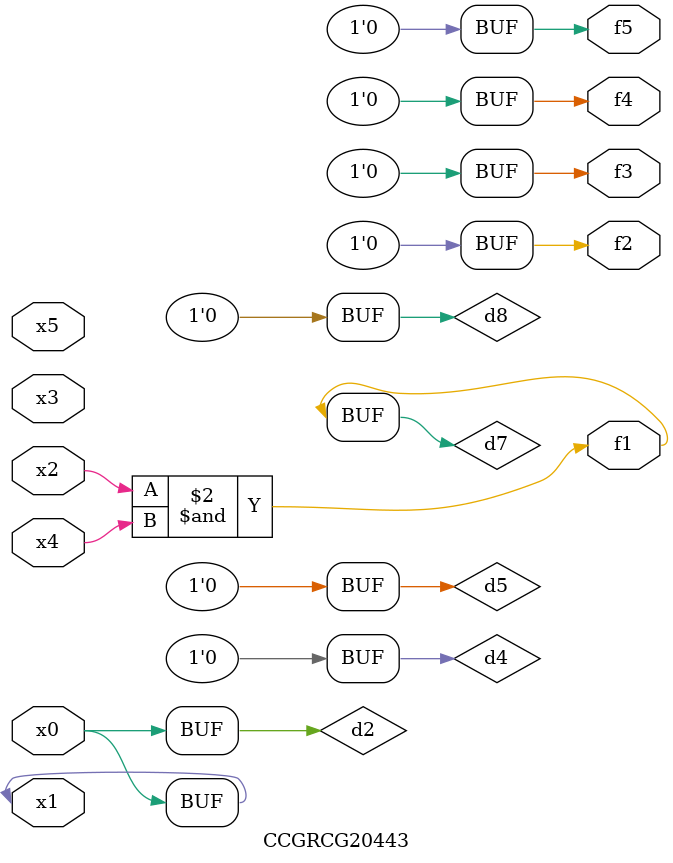
<source format=v>
module CCGRCG20443(
	input x0, x1, x2, x3, x4, x5,
	output f1, f2, f3, f4, f5
);

	wire d1, d2, d3, d4, d5, d6, d7, d8, d9;

	nand (d1, x1);
	buf (d2, x0, x1);
	nand (d3, x2, x4);
	and (d4, d1, d2);
	and (d5, d1, d2);
	nand (d6, d1, d3);
	not (d7, d3);
	xor (d8, d5);
	nor (d9, d5, d6);
	assign f1 = d7;
	assign f2 = d8;
	assign f3 = d8;
	assign f4 = d8;
	assign f5 = d8;
endmodule

</source>
